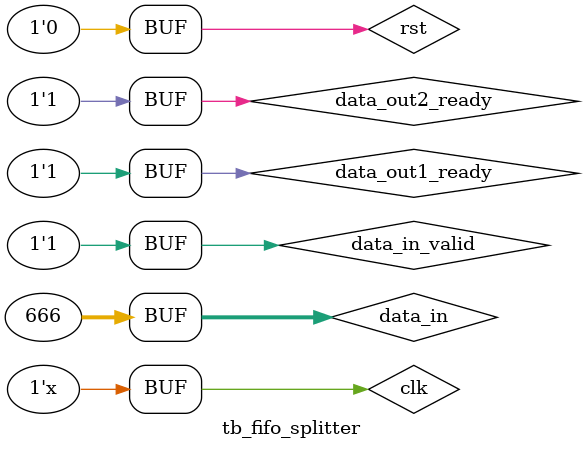
<source format=v>
`timescale 1ns / 1ps


module tb_fifo_splitter;

	// Inputs
	reg clk;
	reg rst;
	reg [31:0] data_in;
	reg data_in_valid;
	reg data_out1_ready;
	reg data_out2_ready;

	// Outputs
	wire data_in_ready;
	wire [31:0] data_out1;
	wire data_out1_valid;
	wire [31:0] data_out2;
	wire data_out2_valid;

	// Instantiate the Unit Under Test (UUT)
	fifo_splitter #(
        .DATA_WIDTH(32)
    )
    uut (
		.clk(clk), 
		.rst(rst), 
		.data_in(data_in), 
		.data_in_valid(data_in_valid), 
		.data_in_ready(data_in_ready), 
		.data_out1(data_out1), 
		.data_out1_valid(data_out1_valid), 
		.data_out1_ready(data_out1_ready), 
		.data_out2(data_out2), 
		.data_out2_valid(data_out2_valid), 
		.data_out2_ready(data_out2_ready)
	);

    always 
        #1 clk <= ~clk;

	initial begin
		// Initialize Inputs
		clk <= 0;
		rst <= 1;
		data_in <= 32'd666;
		data_in_valid <= 0;
		data_out1_ready <= 0;
		data_out2_ready <= 0;

            
        #10 rst <= 0;

        #10 data_in_valid <= 1;
        #2  data_in_valid <= 0;

        #10 data_out1_ready <= 1;
        #10 data_out2_ready <= 1;

        #10 data_in_valid <= 1;
	end
      
endmodule


</source>
